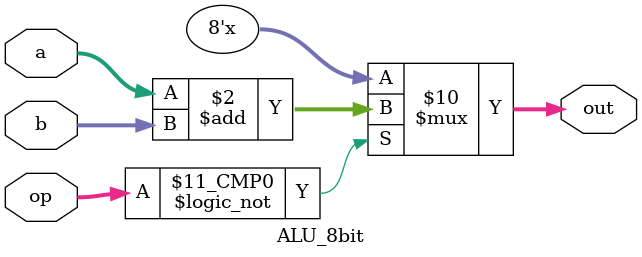
<source format=sv>
/*
 Author: _______
 Cite:
*/

module ALU_8bit(input wire[7:0] a, input wire[7:0] b, input wire[2:0] op, output reg[7:0] out);
always @(*) begin
case(op)
3'b000: out = a + b;
  // add in your code to make the ALU works as shown
3'b001:          ; // sub
3'b010:          ; // and
3'b011:          ; // or
3'b100:          ; // xor
3'b101:          ; // not
3'b110:          ; // shl
3'b111: ; // shr
default: out = 0;
endcase
end
endmodule

</source>
